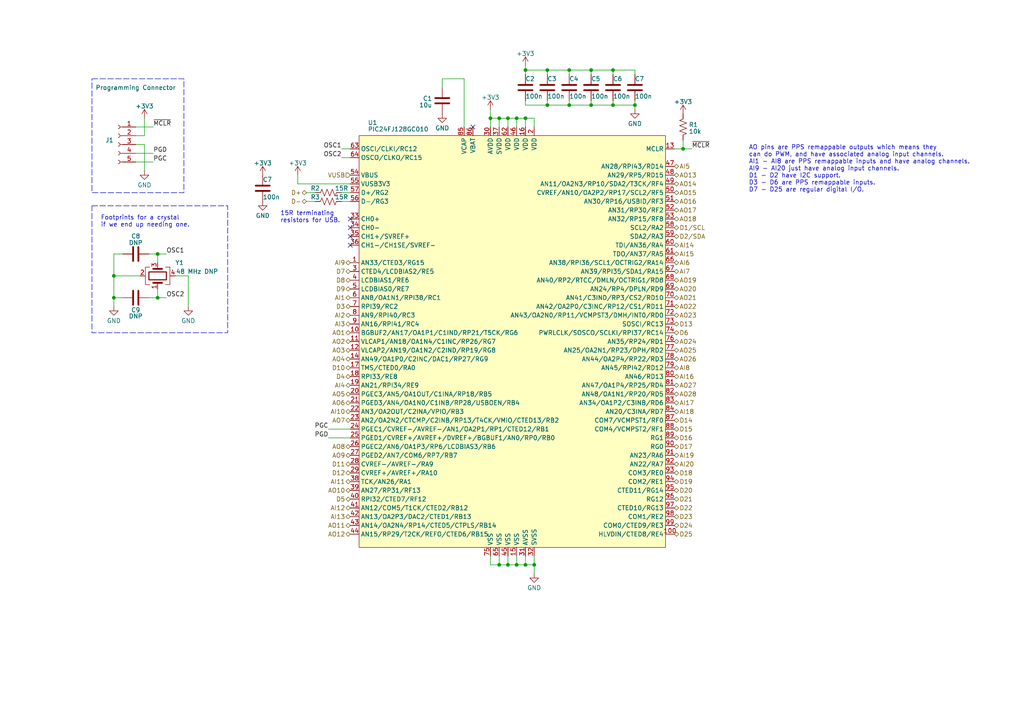
<source format=kicad_sch>
(kicad_sch (version 20230121) (generator eeschema)
  (paper "A4")
  (lib_symbols
    (symbol "Connector:Conn_01x05_Socket" (pin_names (offset 1.016) hide)
      (property "Reference" "J" (at 0 7.62 0))
      (property "Value" "Conn_01x05_Socket" (at 0 -7.62 0))
      (symbol "Conn_01x05_Socket_1_1"
        (arc (start 0 -4.572) (mid -0.5058 -5.08) (end 0 -5.588) (stroke (width 0.1524)))
        (arc (start 0 -2.032) (mid -0.5058 -2.54) (end 0 -3.048) (stroke (width 0.1524)))
        (polyline (pts (xy -1.27 -5.08) (xy -0.508 -5.08)) (stroke (width 0.1524)))
        (polyline (pts (xy -1.27 -2.54) (xy -0.508 -2.54)) (stroke (width 0.1524)))
        (polyline (pts (xy -1.27 0) (xy -0.508 0)) (stroke (width 0.1524)))
        (polyline (pts (xy -1.27 2.54) (xy -0.508 2.54)) (stroke (width 0.1524)))
        (polyline (pts (xy -1.27 5.08) (xy -0.508 5.08)) (stroke (width 0.1524)))
        (arc (start 0 0.508) (mid -0.5058 0) (end 0 -0.508) (stroke (width 0.1524)))
        (arc (start 0 3.048) (mid -0.5058 2.54) (end 0 2.032) (stroke (width 0.1524)))
        (arc (start 0 5.588) (mid -0.5058 5.08) (end 0 4.572) (stroke (width 0.1524)))
        (pin passive line (at -5.08 5.08 0) (length 3.81) (name "Pin_1") (number "1"))
        (pin passive line (at -5.08 2.54 0) (length 3.81) (name "Pin_2") (number "2"))
        (pin passive line (at -5.08 0 0) (length 3.81) (name "Pin_3") (number "3"))
        (pin passive line (at -5.08 -2.54 0) (length 3.81) (name "Pin_4") (number "4"))
        (pin passive line (at -5.08 -5.08 0) (length 3.81) (name "Pin_5") (number "5"))
      )
    )
    (symbol "Device:C" (pin_numbers hide) (pin_names (offset 0.254))
      (property "Reference" "C" (at 0.635 2.54 0))
      (property "Value" "C" (at 0.635 -2.54 0))
      (symbol "C_0_1"
        (polyline (pts (xy -2.032 -0.762) (xy 2.032 -0.762)) (stroke (width 0.508)))
        (polyline (pts (xy -2.032 0.762) (xy 2.032 0.762)) (stroke (width 0.508)))
      )
      (symbol "C_1_1"
        (pin passive line (at 0 3.81 270) (length 2.794) (name "~") (number "1"))
        (pin passive line (at 0 -3.81 90) (length 2.794) (name "~") (number "2"))
      )
    )
    (symbol "Device:Crystal_GND24" (pin_names (offset 1.016) hide)
      (property "Reference" "Y" (at 3.175 5.08 0))
      (property "Value" "Crystal_GND24" (at 3.175 3.175 0))
      (symbol "Crystal_GND24_0_1"
        (rectangle (start -1.143 2.54) (end 1.143 -2.54) (stroke (width 0.3048)))
        (polyline (pts (xy -2.54 0) (xy -2.032 0)))
        (polyline (pts (xy -2.032 -1.27) (xy -2.032 1.27)) (stroke (width 0.508)))
        (polyline (pts (xy 0 -3.81) (xy 0 -3.556)))
        (polyline (pts (xy 0 3.556) (xy 0 3.81)))
        (polyline (pts (xy 2.032 -1.27) (xy 2.032 1.27)) (stroke (width 0.508)))
        (polyline (pts (xy 2.032 0) (xy 2.54 0)))
        (polyline (pts (xy -2.54 -2.286) (xy -2.54 -3.556) (xy 2.54 -3.556) (xy 2.54 -2.286)))
        (polyline (pts (xy -2.54 2.286) (xy -2.54 3.556) (xy 2.54 3.556) (xy 2.54 2.286)))
      )
      (symbol "Crystal_GND24_1_1"
        (pin passive line (at -3.81 0 0) (length 1.27) (name "1") (number "1"))
        (pin passive line (at 0 5.08 270) (length 1.27) (name "2") (number "2"))
        (pin passive line (at 3.81 0 180) (length 1.27) (name "3") (number "3"))
        (pin passive line (at 0 -5.08 90) (length 1.27) (name "4") (number "4"))
      )
    )
    (symbol "Device:R_US" (pin_numbers hide) (pin_names (offset 0))
      (property "Reference" "R" (at 2.54 0 90))
      (property "Value" "R_US" (at -2.54 0 90))
      (symbol "R_US_0_1"
        (polyline (pts (xy 0 -2.286) (xy 0 -2.54)))
        (polyline (pts (xy 0 2.286) (xy 0 2.54)))
        (polyline (pts (xy 0 -0.762) (xy 1.016 -1.143) (xy 0 -1.524) (xy -1.016 -1.905) (xy 0 -2.286)))
        (polyline (pts (xy 0 0.762) (xy 1.016 0.381) (xy 0 0) (xy -1.016 -0.381) (xy 0 -0.762)))
        (polyline (pts (xy 0 2.286) (xy 1.016 1.905) (xy 0 1.524) (xy -1.016 1.143) (xy 0 0.762)))
      )
      (symbol "R_US_1_1"
        (pin passive line (at 0 3.81 270) (length 1.27) (name "~") (number "1"))
        (pin passive line (at 0 -3.81 90) (length 1.27) (name "~") (number "2"))
      )
    )
    (symbol "hil:PIC24FJ128GC010"
      (property "Reference" "U" (at 29.21 63.5 0))
      (property "Value" "PIC24FJ128GC010" (at 29.21 60.96 0))
      (symbol "PIC24FJ128GC010_1_1"
        (rectangle (start -44.45 59.69) (end 44.45 -59.69) (fill (type background)))
        (pin bidirectional line (at -46.99 22.86 0) (length 2.54) (name "AN33/CTED3/RG15") (number "1"))
        (pin bidirectional line (at -46.99 2.54 0) (length 2.54) (name "BGBUF2/AN17/OA1P1/C1IND/RP21/T5CK/RG6") (number "10"))
        (pin bidirectional line (at 46.99 -55.88 180) (length 2.54) (name "HLVDIN/CTED8/RE4") (number "100"))
        (pin bidirectional line (at -46.99 0 0) (length 2.54) (name "VLCAP1/AN18/OA1N4/C1INC/RP26/RG7") (number "11"))
        (pin bidirectional line (at -46.99 -2.54 0) (length 2.54) (name "VLCAP2/AN19/OA1N2/C2IND/RP19/RG8") (number "12"))
        (pin bidirectional line (at 46.99 55.88 180) (length 2.54) (name "MCLR") (number "13"))
        (pin bidirectional line (at -46.99 -5.08 0) (length 2.54) (name "AN49/OA1P0/C2INC/DAC1/RP27/RG9") (number "14"))
        (pin bidirectional line (at 1.27 -62.23 90) (length 2.54) (name "VSS") (number "15"))
        (pin bidirectional line (at 3.81 62.23 270) (length 2.54) (name "VDD") (number "16"))
        (pin bidirectional line (at -46.99 -7.62 0) (length 2.54) (name "TMS/CTED0/RA0") (number "17"))
        (pin bidirectional line (at -46.99 -10.16 0) (length 2.54) (name "RPI33/RE8") (number "18"))
        (pin bidirectional line (at -46.99 -12.7 0) (length 2.54) (name "AN21/RPI34/RE9") (number "19"))
        (pin bidirectional line (at 6.35 62.23 270) (length 2.54) (name "VDD") (number "2"))
        (pin bidirectional line (at -46.99 -15.24 0) (length 2.54) (name "PGEC3/AN5/OA1OUT/C1INA/RP18/RB5") (number "20"))
        (pin bidirectional line (at -46.99 -17.78 0) (length 2.54) (name "PGED3/AN4/OA1N0/C1INB/RP28/USBOEN/RB4") (number "21"))
        (pin bidirectional line (at -46.99 -20.32 0) (length 2.54) (name "AN3/OA2OUT/C2INA/VPIO/RB3") (number "22"))
        (pin bidirectional line (at -46.99 -22.86 0) (length 2.54) (name "AN2/OA2N2/CTCMP/C2INB/RP13/T4CK/VMIO/CTED13/RB2") (number "23"))
        (pin bidirectional line (at -46.99 -25.4 0) (length 2.54) (name "PGEC1/CVREF-/AVREF-/AN1/OA2P1/RP1/CTED12/RB1") (number "24"))
        (pin bidirectional line (at -46.99 -27.94 0) (length 2.54) (name "PGED1/CVREF+/AVREF+/DVREF+/BGBUF1/AN0/RP0/RB0") (number "25"))
        (pin bidirectional line (at -46.99 -30.48 0) (length 2.54) (name "PGEC2/AN6/OA1P3/RP6/LCDBIAS3/RB6") (number "26"))
        (pin bidirectional line (at -46.99 -33.02 0) (length 2.54) (name "PGED2/AN7/COM6/RP7/RB7") (number "27"))
        (pin bidirectional line (at -46.99 -35.56 0) (length 2.54) (name "CVREF-/AVREF-/RA9") (number "28"))
        (pin bidirectional line (at -46.99 -38.1 0) (length 2.54) (name "CVREF+/AVREF+/RA10") (number "29"))
        (pin bidirectional line (at -46.99 20.32 0) (length 2.54) (name "CTED4/LCDBIAS2/RE5") (number "3"))
        (pin bidirectional line (at -6.35 62.23 270) (length 2.54) (name "AVDD") (number "30"))
        (pin bidirectional line (at 3.81 -62.23 90) (length 2.54) (name "AVSS") (number "31"))
        (pin bidirectional line (at 6.35 -62.23 90) (length 2.54) (name "SVSS") (number "32"))
        (pin bidirectional line (at -46.99 35.56 0) (length 2.54) (name "CH0+") (number "33"))
        (pin bidirectional line (at -46.99 33.02 0) (length 2.54) (name "CH0-") (number "34"))
        (pin bidirectional line (at -46.99 30.48 0) (length 2.54) (name "CH1+/SVREF+") (number "35"))
        (pin bidirectional line (at -46.99 27.94 0) (length 2.54) (name "CH1-/CH1SE/SVREF-") (number "36"))
        (pin bidirectional line (at -3.81 62.23 270) (length 2.54) (name "SVDD") (number "37"))
        (pin bidirectional line (at -46.99 -40.64 0) (length 2.54) (name "TCK/AN26/RA1") (number "38"))
        (pin bidirectional line (at -46.99 -43.18 0) (length 2.54) (name "AN27/RP31/RF13") (number "39"))
        (pin bidirectional line (at -46.99 17.78 0) (length 2.54) (name "LCDBIAS1/RE6") (number "4"))
        (pin bidirectional line (at -46.99 -45.72 0) (length 2.54) (name "RPI32/CTED7/RF12") (number "40"))
        (pin bidirectional line (at -46.99 -48.26 0) (length 2.54) (name "AN12/COM5/T1CK/CTED2/RB12") (number "41"))
        (pin bidirectional line (at -46.99 -50.8 0) (length 2.54) (name "AN13/OA2P3/DAC2/CTED1/RB13") (number "42"))
        (pin bidirectional line (at -46.99 -53.34 0) (length 2.54) (name "AN14/OA2N4/RP14/CTED5/CTPLS/RB14") (number "43"))
        (pin bidirectional line (at -46.99 -55.88 0) (length 2.54) (name "AN15/RP29/T2CK/REFO/CTED6/RB15") (number "44"))
        (pin bidirectional line (at -1.27 -62.23 90) (length 2.54) (name "VSS") (number "45"))
        (pin bidirectional line (at 1.27 62.23 270) (length 2.54) (name "VDD") (number "46"))
        (pin bidirectional line (at 46.99 50.8 180) (length 2.54) (name "AN28/RPI43/RD14") (number "47"))
        (pin bidirectional line (at 46.99 48.26 180) (length 2.54) (name "AN29/RP5/RD15") (number "48"))
        (pin bidirectional line (at 46.99 45.72 180) (length 2.54) (name "AN11/OA2N3/RP10/SDA2/T3CK/RF4") (number "49"))
        (pin bidirectional line (at -46.99 15.24 0) (length 2.54) (name "LCDBIAS0/RE7") (number "5"))
        (pin bidirectional line (at 46.99 43.18 180) (length 2.54) (name "CVREF/AN10/OA2P2/RP17/SCL2/RF5") (number "50"))
        (pin bidirectional line (at 46.99 40.64 180) (length 2.54) (name "AN30/RP16/USBID/RF3") (number "51"))
        (pin bidirectional line (at 46.99 38.1 180) (length 2.54) (name "AN31/RP30/RF2") (number "52"))
        (pin bidirectional line (at 46.99 35.56 180) (length 2.54) (name "AN32/RP15/RF8") (number "53"))
        (pin bidirectional line (at -46.99 48.26 0) (length 2.54) (name "VBUS") (number "54"))
        (pin bidirectional line (at -46.99 45.72 0) (length 2.54) (name "VUSB3V3") (number "55"))
        (pin bidirectional line (at -46.99 40.64 0) (length 2.54) (name "D-/RG3") (number "56"))
        (pin bidirectional line (at -46.99 43.18 0) (length 2.54) (name "D+/RG2") (number "57"))
        (pin bidirectional line (at 46.99 33.02 180) (length 2.54) (name "SCL2/RA2") (number "58"))
        (pin bidirectional line (at 46.99 30.48 180) (length 2.54) (name "SDA2/RA3") (number "59"))
        (pin bidirectional line (at -46.99 12.7 0) (length 2.54) (name "AN8/OA1N1/RPI38/RC1") (number "6"))
        (pin bidirectional line (at 46.99 27.94 180) (length 2.54) (name "TDI/AN36/RA4") (number "60"))
        (pin bidirectional line (at 46.99 25.4 180) (length 2.54) (name "TDO/AN37/RA5") (number "61"))
        (pin bidirectional line (at -1.27 62.23 270) (length 2.54) (name "VDD") (number "62"))
        (pin bidirectional line (at -46.99 55.88 0) (length 2.54) (name "OSCI/CLKI/RC12") (number "63"))
        (pin bidirectional line (at -46.99 53.34 0) (length 2.54) (name "OSCO/CLKO/RC15") (number "64"))
        (pin bidirectional line (at -3.81 -62.23 90) (length 2.54) (name "VSS") (number "65"))
        (pin bidirectional line (at 46.99 22.86 180) (length 2.54) (name "AN38/RPI36/SCL1/OCTRIG2/RA14") (number "66"))
        (pin bidirectional line (at 46.99 20.32 180) (length 2.54) (name "AN39/RPI35/SDA1/RA15") (number "67"))
        (pin bidirectional line (at 46.99 17.78 180) (length 2.54) (name "AN40/RP2/RTCC/DMLN/OCTRIG1/RD8") (number "68"))
        (pin bidirectional line (at 46.99 15.24 180) (length 2.54) (name "AN24/RP4/DPLN/RD9") (number "69"))
        (pin bidirectional line (at -46.99 10.16 0) (length 2.54) (name "RPI39/RC2") (number "7"))
        (pin bidirectional line (at 46.99 12.7 180) (length 2.54) (name "AN41/C3IND/RP3/CS2/RD10") (number "70"))
        (pin bidirectional line (at 46.99 10.16 180) (length 2.54) (name "AN42/OA2P0/C3INC/RP12/CS1/RD11") (number "71"))
        (pin bidirectional line (at 46.99 7.62 180) (length 2.54) (name "AN43/OA2N0/RP11/VCMPST3/DMH/INT0/RD0") (number "72"))
        (pin bidirectional line (at 46.99 5.08 180) (length 2.54) (name "SOSCI/RC13") (number "73"))
        (pin bidirectional line (at 46.99 2.54 180) (length 2.54) (name "PWRLCLK/SOSCO/SCLKI/RPI37/RC14") (number "74"))
        (pin bidirectional line (at -6.35 -62.23 90) (length 2.54) (name "VSS") (number "75"))
        (pin bidirectional line (at 46.99 0 180) (length 2.54) (name "AN35/RP24/RD1") (number "76"))
        (pin bidirectional line (at 46.99 -2.54 180) (length 2.54) (name "AN25/OA2N1/RP23/DPH/RD2") (number "77"))
        (pin bidirectional line (at 46.99 -5.08 180) (length 2.54) (name "AN44/OA2P4/RP22/RD3") (number "78"))
        (pin bidirectional line (at 46.99 -7.62 180) (length 2.54) (name "AN45/RPI42/RD12") (number "79"))
        (pin bidirectional line (at -46.99 7.62 0) (length 2.54) (name "AN9/RPI40/RC3") (number "8"))
        (pin bidirectional line (at 46.99 -10.16 180) (length 2.54) (name "AN46/RD13") (number "80"))
        (pin bidirectional line (at 46.99 -12.7 180) (length 2.54) (name "AN47/OA1P4/RP25/RD4") (number "81"))
        (pin bidirectional line (at 46.99 -15.24 180) (length 2.54) (name "AN48/OA1N1/RP20/RD5") (number "82"))
        (pin bidirectional line (at 46.99 -17.78 180) (length 2.54) (name "AN34/OA1P2/C3INB/RD6") (number "83"))
        (pin bidirectional line (at 46.99 -20.32 180) (length 2.54) (name "AN20/C3INA/RD7") (number "84"))
        (pin bidirectional line (at -13.97 62.23 270) (length 2.54) (name "VCAP") (number "85"))
        (pin bidirectional line (at -11.43 62.23 270) (length 2.54) (name "VBAT") (number "86"))
        (pin bidirectional line (at 46.99 -22.86 180) (length 2.54) (name "COM7/VCMPST1/RF0") (number "87"))
        (pin bidirectional line (at 46.99 -25.4 180) (length 2.54) (name "COM4/VCMPST2/RF1") (number "88"))
        (pin bidirectional line (at 46.99 -27.94 180) (length 2.54) (name "RG1") (number "89"))
        (pin bidirectional line (at -46.99 5.08 0) (length 2.54) (name "AN16/RPI41/RC4") (number "9"))
        (pin bidirectional line (at 46.99 -30.48 180) (length 2.54) (name "RG0") (number "90"))
        (pin bidirectional line (at 46.99 -33.02 180) (length 2.54) (name "AN23/RA6") (number "91"))
        (pin bidirectional line (at 46.99 -35.56 180) (length 2.54) (name "AN22/RA7") (number "92"))
        (pin bidirectional line (at 46.99 -38.1 180) (length 2.54) (name "COM3/RE0") (number "93"))
        (pin bidirectional line (at 46.99 -40.64 180) (length 2.54) (name "COM2/RE1") (number "94"))
        (pin bidirectional line (at 46.99 -43.18 180) (length 2.54) (name "CTED11/RG14") (number "95"))
        (pin bidirectional line (at 46.99 -45.72 180) (length 2.54) (name "RG12") (number "96"))
        (pin bidirectional line (at 46.99 -48.26 180) (length 2.54) (name "CTED10/RG13") (number "97"))
        (pin bidirectional line (at 46.99 -50.8 180) (length 2.54) (name "COM1/RE2") (number "98"))
        (pin bidirectional line (at 46.99 -53.34 180) (length 2.54) (name "COM0/CTED9/RE3") (number "99"))
      )
    )
    (symbol "power:+3V3" (power) (pin_names (offset 0))
      (property "Value" "+3V3" (at 0 3.556 0))
      (symbol "+3V3_0_1"
        (polyline (pts (xy -0.762 1.27) (xy 0 2.54)))
        (polyline (pts (xy 0 0) (xy 0 2.54)))
        (polyline (pts (xy 0 2.54) (xy 0.762 1.27)))
      )
      (symbol "+3V3_1_1"
        (pin power_in line (at 0 0 90) (length 0) hide (name "+3V3") (number "1"))
      )
    )
    (symbol "power:GND" (power) (pin_names (offset 0))
      (property "Value" "GND" (at 0 -3.81 0))
      (symbol "GND_0_1"
        (polyline (pts (xy 0 0) (xy 0 -1.27) (xy 1.27 -1.27) (xy 0 -2.54) (xy -1.27 -1.27) (xy 0 -1.27)))
      )
      (symbol "GND_1_1"
        (pin power_in line (at 0 0 270) (length 0) hide (name "GND") (number "1"))
      )
    )
  )
  (junction (at 147.32 163.83))
  (junction (at 149.86 34.29))
  (junction (at 147.32 34.29))
  (junction (at 171.45 30.48))
  (junction (at 165.1 20.32))
  (junction (at 149.86 163.83))
  (junction (at 144.78 34.29))
  (junction (at 171.45 20.32))
  (junction (at 144.78 163.83))
  (junction (at 45.72 86.36))
  (junction (at 158.75 20.32))
  (junction (at 184.15 30.48))
  (junction (at 152.4 20.32))
  (junction (at 165.1 30.48))
  (junction (at 33.02 80.01))
  (junction (at 198.12 43.18))
  (junction (at 152.4 34.29))
  (junction (at 142.24 34.29))
  (junction (at 152.4 163.83))
  (junction (at 33.02 86.36))
  (junction (at 158.75 30.48))
  (junction (at 154.94 163.83))
  (junction (at 177.8 30.48))
  (junction (at 177.8 20.32))
  (junction (at 45.72 73.66))
  (no_connect (at 101.6 63.5))
  (no_connect (at 137.16 36.83))
  (no_connect (at 101.6 66.04))
  (no_connect (at 101.6 68.58))
  (no_connect (at 101.6 71.12))
  (wire (pts (xy 54.61 80.01) (xy 50.8 80.01)))
  (wire (pts (xy 142.24 161.29) (xy 142.24 163.83)))
  (wire (pts (xy 149.86 34.29) (xy 147.32 34.29)))
  (wire (pts (xy 144.78 163.83) (xy 147.32 163.83)))
  (wire (pts (xy 88.9 55.88) (xy 91.44 55.88)))
  (wire (pts (xy 142.24 163.83) (xy 144.78 163.83)))
  (wire (pts (xy 152.4 30.48) (xy 158.75 30.48)))
  (wire (pts (xy 142.24 34.29) (xy 142.24 36.83)))
  (wire (pts (xy 149.86 34.29) (xy 149.86 36.83)))
  (wire (pts (xy 200.66 43.18) (xy 198.12 43.18)))
  (wire (pts (xy 154.94 163.83) (xy 154.94 161.29)))
  (wire (pts (xy 45.72 73.66) (xy 48.26 73.66)))
  (wire (pts (xy 45.72 83.82) (xy 45.72 86.36)))
  (wire (pts (xy 152.4 34.29) (xy 152.4 36.83)))
  (wire (pts (xy 144.78 34.29) (xy 142.24 34.29)))
  (wire (pts (xy 154.94 36.83) (xy 154.94 34.29)))
  (wire (pts (xy 41.91 41.91) (xy 39.37 41.91)))
  (wire (pts (xy 184.15 30.48) (xy 184.15 29.21)))
  (wire (pts (xy 44.45 36.83) (xy 39.37 36.83)))
  (wire (pts (xy 152.4 19.05) (xy 152.4 20.32)))
  (wire (pts (xy 198.12 43.18) (xy 198.12 40.64)))
  (wire (pts (xy 171.45 30.48) (xy 177.8 30.48)))
  (wire (pts (xy 152.4 34.29) (xy 149.86 34.29)))
  (wire (pts (xy 147.32 34.29) (xy 147.32 36.83)))
  (wire (pts (xy 158.75 20.32) (xy 158.75 21.59)))
  (wire (pts (xy 165.1 20.32) (xy 171.45 20.32)))
  (wire (pts (xy 142.24 31.75) (xy 142.24 34.29)))
  (wire (pts (xy 152.4 163.83) (xy 154.94 163.83)))
  (wire (pts (xy 152.4 21.59) (xy 152.4 20.32)))
  (wire (pts (xy 184.15 20.32) (xy 184.15 21.59)))
  (wire (pts (xy 152.4 29.21) (xy 152.4 30.48)))
  (wire (pts (xy 147.32 163.83) (xy 149.86 163.83)))
  (wire (pts (xy 33.02 80.01) (xy 33.02 86.36)))
  (wire (pts (xy 54.61 88.9) (xy 54.61 80.01)))
  (wire (pts (xy 149.86 163.83) (xy 149.86 161.29)))
  (wire (pts (xy 177.8 20.32) (xy 177.8 21.59)))
  (wire (pts (xy 195.58 43.18) (xy 198.12 43.18)))
  (wire (pts (xy 158.75 20.32) (xy 165.1 20.32)))
  (wire (pts (xy 88.9 58.42) (xy 91.44 58.42)))
  (wire (pts (xy 44.45 46.99) (xy 39.37 46.99)))
  (wire (pts (xy 41.91 34.29) (xy 41.91 39.37)))
  (wire (pts (xy 177.8 30.48) (xy 184.15 30.48)))
  (wire (pts (xy 158.75 29.21) (xy 158.75 30.48)))
  (wire (pts (xy 99.06 55.88) (xy 101.6 55.88)))
  (wire (pts (xy 165.1 29.21) (xy 165.1 30.48)))
  (wire (pts (xy 86.36 53.34) (xy 86.36 50.8)))
  (wire (pts (xy 177.8 29.21) (xy 177.8 30.48)))
  (wire (pts (xy 184.15 31.75) (xy 184.15 30.48)))
  (wire (pts (xy 33.02 73.66) (xy 33.02 80.01)))
  (wire (pts (xy 99.06 58.42) (xy 101.6 58.42)))
  (wire (pts (xy 101.6 53.34) (xy 86.36 53.34)))
  (wire (pts (xy 33.02 86.36) (xy 33.02 88.9)))
  (wire (pts (xy 154.94 34.29) (xy 152.4 34.29)))
  (wire (pts (xy 95.25 127) (xy 101.6 127)))
  (wire (pts (xy 95.25 124.46) (xy 101.6 124.46)))
  (wire (pts (xy 128.27 22.86) (xy 128.27 25.4)))
  (wire (pts (xy 177.8 20.32) (xy 184.15 20.32)))
  (wire (pts (xy 147.32 34.29) (xy 144.78 34.29)))
  (wire (pts (xy 45.72 86.36) (xy 48.26 86.36)))
  (wire (pts (xy 149.86 163.83) (xy 152.4 163.83)))
  (wire (pts (xy 99.06 45.72) (xy 101.6 45.72)))
  (wire (pts (xy 134.62 36.83) (xy 134.62 22.86)))
  (wire (pts (xy 171.45 20.32) (xy 177.8 20.32)))
  (wire (pts (xy 171.45 29.21) (xy 171.45 30.48)))
  (wire (pts (xy 33.02 80.01) (xy 40.64 80.01)))
  (wire (pts (xy 44.45 44.45) (xy 39.37 44.45)))
  (wire (pts (xy 99.06 43.18) (xy 101.6 43.18)))
  (wire (pts (xy 165.1 30.48) (xy 171.45 30.48)))
  (wire (pts (xy 144.78 163.83) (xy 144.78 161.29)))
  (wire (pts (xy 144.78 34.29) (xy 144.78 36.83)))
  (wire (pts (xy 33.02 86.36) (xy 35.56 86.36)))
  (wire (pts (xy 35.56 73.66) (xy 33.02 73.66)))
  (wire (pts (xy 152.4 20.32) (xy 158.75 20.32)))
  (wire (pts (xy 41.91 49.53) (xy 41.91 41.91)))
  (wire (pts (xy 154.94 166.37) (xy 154.94 163.83)))
  (wire (pts (xy 158.75 30.48) (xy 165.1 30.48)))
  (wire (pts (xy 165.1 20.32) (xy 165.1 21.59)))
  (wire (pts (xy 152.4 163.83) (xy 152.4 161.29)))
  (wire (pts (xy 45.72 76.2) (xy 45.72 73.66)))
  (wire (pts (xy 41.91 39.37) (xy 39.37 39.37)))
  (wire (pts (xy 45.72 73.66) (xy 43.18 73.66)))
  (wire (pts (xy 171.45 20.32) (xy 171.45 21.59)))
  (wire (pts (xy 43.18 86.36) (xy 45.72 86.36)))
  (wire (pts (xy 134.62 22.86) (xy 128.27 22.86)))
  (wire (pts (xy 147.32 163.83) (xy 147.32 161.29)))
  (rectangle (start 26.67 59.69) (end 66.04 96.52) (stroke (width 0) (type dash)))
  (rectangle (start 26.67 22.86) (end 53.34 55.88) (stroke (width 0) (type dash)))
  (text "15R terminating\nresistors for USB." (at 81.28 64.77 0) (effects (font (size 1.27 1.27)) (justify left bottom)))
  (text "AO pins are PPS remappable outputs which means they\ncan do PWM, and have associated analog input channels.\nAI1 - AI8 are PPS remappable inputs and have analog channels.\nAI9 - AI20 just have analog input channels.\nD1 - D2 have I2C support.\nD3 - D6 are PPS remappable inputs.\nD7 - D25 are regular digital I/O." (at 217.17 55.88 0) (effects (font (size 1.27 1.27)) (justify left bottom)))
  (text "Footprints for a crystal\nif we end up needing one." (at 29.21 66.04 0) (effects (font (size 1.27 1.27)) (justify left bottom)))
  (label "PGC" (at 95.25 124.46 180))
  (label "OSC2" (at 48.26 86.36 0))
  (label "~{MCLR}" (at 44.45 36.83 0))
  (label "PGC" (at 44.45 46.99 0))
  (label "OSC1" (at 48.26 73.66 0))
  (label "~{MCLR}" (at 200.66 43.18 0))
  (label "PGD" (at 95.25 127 180))
  (label "OSC1" (at 99.06 43.18 180))
  (label "OSC2" (at 99.06 45.72 180))
  (label "PGD" (at 44.45 44.45 0))
  (hierarchical_label "AO25" (shape bidirectional) (at 195.58 101.6 0))
  (hierarchical_label "AI7" (shape bidirectional) (at 195.58 78.74 0))
  (hierarchical_label "AO15" (shape bidirectional) (at 195.58 55.88 0))
  (hierarchical_label "D11" (shape bidirectional) (at 101.6 134.62 180))
  (hierarchical_label "AO27" (shape bidirectional) (at 195.58 111.76 0))
  (hierarchical_label "AO21" (shape bidirectional) (at 195.58 86.36 0))
  (hierarchical_label "AO1" (shape bidirectional) (at 101.6 96.52 180))
  (hierarchical_label "AO8" (shape bidirectional) (at 101.6 129.54 180))
  (hierarchical_label "AO19" (shape bidirectional) (at 195.58 81.28 0))
  (hierarchical_label "AO7" (shape bidirectional) (at 101.6 121.92 180))
  (hierarchical_label "AO9" (shape bidirectional) (at 101.6 132.08 180))
  (hierarchical_label "AI17" (shape bidirectional) (at 195.58 116.84 0))
  (hierarchical_label "D20" (shape bidirectional) (at 195.58 142.24 0))
  (hierarchical_label "D10" (shape bidirectional) (at 101.6 106.68 180))
  (hierarchical_label "D21" (shape bidirectional) (at 195.58 144.78 0))
  (hierarchical_label "AO23" (shape bidirectional) (at 195.58 91.44 0))
  (hierarchical_label "D6" (shape bidirectional) (at 195.58 96.52 0))
  (hierarchical_label "D8" (shape bidirectional) (at 101.6 81.28 180))
  (hierarchical_label "AI12" (shape bidirectional) (at 101.6 147.32 180))
  (hierarchical_label "D12" (shape bidirectional) (at 101.6 137.16 180))
  (hierarchical_label "AO2" (shape bidirectional) (at 101.6 99.06 180))
  (hierarchical_label "AI14" (shape bidirectional) (at 195.58 71.12 0))
  (hierarchical_label "AO20" (shape bidirectional) (at 195.58 83.82 0))
  (hierarchical_label "D4" (shape bidirectional) (at 101.6 109.22 180))
  (hierarchical_label "D3" (shape bidirectional) (at 101.6 88.9 180))
  (hierarchical_label "AI13" (shape bidirectional) (at 101.6 149.86 180))
  (hierarchical_label "AO10" (shape bidirectional) (at 101.6 142.24 180))
  (hierarchical_label "AO13" (shape bidirectional) (at 195.58 50.8 0))
  (hierarchical_label "D2{slash}SDA" (shape bidirectional) (at 195.58 68.58 0))
  (hierarchical_label "AO4" (shape bidirectional) (at 101.6 104.14 180))
  (hierarchical_label "D7" (shape bidirectional) (at 101.6 78.74 180))
  (hierarchical_label "D23" (shape bidirectional) (at 195.58 149.86 0))
  (hierarchical_label "AI2" (shape bidirectional) (at 101.6 91.44 180))
  (hierarchical_label "AO26" (shape bidirectional) (at 195.58 104.14 0))
  (hierarchical_label "D-" (shape bidirectional) (at 88.9 58.42 180))
  (hierarchical_label "AO11" (shape bidirectional) (at 101.6 152.4 180))
  (hierarchical_label "AO22" (shape bidirectional) (at 195.58 88.9 0))
  (hierarchical_label "AO16" (shape bidirectional) (at 195.58 58.42 0))
  (hierarchical_label "AO18" (shape bidirectional) (at 195.58 63.5 0))
  (hierarchical_label "D15" (shape bidirectional) (at 195.58 124.46 0))
  (hierarchical_label "D18" (shape bidirectional) (at 195.58 137.16 0))
  (hierarchical_label "D19" (shape bidirectional) (at 195.58 139.7 0))
  (hierarchical_label "D24" (shape bidirectional) (at 195.58 152.4 0))
  (hierarchical_label "AI19" (shape bidirectional) (at 195.58 132.08 0))
  (hierarchical_label "AI11" (shape bidirectional) (at 101.6 139.7 180))
  (hierarchical_label "AI1" (shape bidirectional) (at 101.6 86.36 180))
  (hierarchical_label "AO5" (shape bidirectional) (at 101.6 114.3 180))
  (hierarchical_label "D1{slash}SCL" (shape bidirectional) (at 195.58 66.04 0))
  (hierarchical_label "AI9" (shape bidirectional) (at 101.6 76.2 180))
  (hierarchical_label "AO24" (shape bidirectional) (at 195.58 99.06 0))
  (hierarchical_label "AI4" (shape bidirectional) (at 101.6 111.76 180))
  (hierarchical_label "AO6" (shape bidirectional) (at 101.6 116.84 180))
  (hierarchical_label "AO28" (shape bidirectional) (at 195.58 114.3 0))
  (hierarchical_label "AO17" (shape bidirectional) (at 195.58 60.96 0))
  (hierarchical_label "AI8" (shape bidirectional) (at 195.58 106.68 0))
  (hierarchical_label "D13" (shape bidirectional) (at 195.58 93.98 0))
  (hierarchical_label "D22" (shape bidirectional) (at 195.58 147.32 0))
  (hierarchical_label "AI16" (shape bidirectional) (at 195.58 109.22 0))
  (hierarchical_label "AI5" (shape bidirectional) (at 195.58 48.26 0))
  (hierarchical_label "D+" (shape bidirectional) (at 88.9 55.88 180))
  (hierarchical_label "AO14" (shape bidirectional) (at 195.58 53.34 0))
  (hierarchical_label "AI6" (shape bidirectional) (at 195.58 76.2 0))
  (hierarchical_label "AI18" (shape bidirectional) (at 195.58 119.38 0))
  (hierarchical_label "D5" (shape bidirectional) (at 101.6 144.78 180))
  (hierarchical_label "AO3" (shape bidirectional) (at 101.6 101.6 180))
  (hierarchical_label "D9" (shape bidirectional) (at 101.6 83.82 180))
  (hierarchical_label "D16" (shape bidirectional) (at 195.58 127 0))
  (hierarchical_label "D17" (shape bidirectional) (at 195.58 129.54 0))
  (hierarchical_label "D25" (shape bidirectional) (at 195.58 154.94 0))
  (hierarchical_label "D14" (shape bidirectional) (at 195.58 121.92 0))
  (hierarchical_label "AI10" (shape bidirectional) (at 101.6 119.38 180))
  (hierarchical_label "AO12" (shape bidirectional) (at 101.6 154.94 180))
  (hierarchical_label "AI3" (shape bidirectional) (at 101.6 93.98 180))
  (hierarchical_label "VUSB" (shape input) (at 101.6 50.8 180))
  (hierarchical_label "AI20" (shape bidirectional) (at 195.58 134.62 0))
  (hierarchical_label "AI15" (shape bidirectional) (at 195.58 73.66 0))
  (symbol (lib_id "Device:R_US") (at 95.25 58.42 90) (unit 1)
    (property "Reference" "R3" (at 91.44 57.15 90))
    (property "Value" "15R" (at 99.06 57.15 90))
    (property "Footprint" "Resistor_SMD:R_0805_2012Metric_Pad1.20x1.40mm_HandSolder" (effects hide))
    (instances (project "hil" (path "" (reference "R3") (unit 1)) (path "" (reference "R5") (unit 1))))
  )
  (symbol (lib_id "power:GND") (at 184.15 31.75 0) (unit 1)
    (property "Reference" "#PWR03" (effects hide))
    (property "Value" "GND" (at 184.15 35.8855 0))
    (instances (project "hil" (path "" (reference "#PWR03") (unit 1)) (path "" (reference "#PWR033") (unit 1))))
  )
  (symbol (lib_id "power:+3V3") (at 198.12 33.02 0) (mirror y) (unit 1)
    (property "Reference" "#PWR01" (effects hide))
    (property "Value" "+3V3" (at 198.12 29.5181 0))
    (instances (project "hil" (path "" (reference "#PWR01") (unit 1)) (path "" (reference "#PWR034") (unit 1))))
  )
  (symbol (lib_id "power:+3V3") (at 41.91 34.29 0) (unit 1)
    (property "Reference" "#PWR08" (effects hide))
    (property "Value" "+3V3" (at 41.91 30.7881 0))
    (instances (project "hil" (path "" (reference "#PWR08") (unit 1)) (path "" (reference "#PWR025") (unit 1))))
  )
  (symbol (lib_id "power:+3V3") (at 142.24 31.75 0) (unit 1)
    (property "Reference" "#PWR04" (effects hide))
    (property "Value" "+3V3" (at 142.24 28.2481 0))
    (instances (project "hil" (path "" (reference "#PWR04") (unit 1)) (path "" (reference "#PWR030") (unit 1))))
  )
  (symbol (lib_id "power:+3V3") (at 86.36 50.8 0) (unit 1)
    (property "Reference" "#PWR011" (effects hide))
    (property "Value" "+3V3" (at 86.36 47.2981 0))
    (instances (project "hil" (path "" (reference "#PWR011") (unit 1)) (path "" (reference "#PWR028") (unit 1))))
  )
  (symbol (lib_id "power:+3V3") (at 76.2 50.8 0) (unit 1)
    (property "Reference" "#PWR011" (effects hide))
    (property "Value" "+3V3" (at 76.2 47.2981 0))
    (instances (project "hil" (path "" (reference "#PWR011") (unit 1)) (path "" (reference "#PWR076") (unit 1))))
  )
  (symbol (lib_id "power:GND") (at 54.61 88.9 0) (unit 1)
    (property "Reference" "#PWR010" (effects hide))
    (property "Value" "GND" (at 54.61 93.0355 0))
    (instances (project "hil" (path "" (reference "#PWR010") (unit 1)) (path "" (reference "#PWR027") (unit 1))))
  )
  (symbol (lib_id "Device:C") (at 152.4 25.4 0) (unit 1)
    (property "Reference" "C2" (at 152.4 22.86 0) (effects (justify left)))
    (property "Value" "100n" (at 152.4 27.94 0) (effects (justify left)))
    (property "Footprint" "Capacitor_SMD:C_0805_2012Metric_Pad1.18x1.45mm_HandSolder" (effects hide))
    (instances (project "hil" (path "" (reference "C2") (unit 1)) (path "" (reference "C11") (unit 1))))
  )
  (symbol (lib_id "Device:C") (at 128.27 29.21 0) (mirror y) (unit 1)
    (property "Reference" "C1" (at 125.349 28.5663 0) (effects (justify left)))
    (property "Value" "10u" (at 125.349 30.4873 0) (effects (justify left)))
    (property "Footprint" "Capacitor_SMD:C_0805_2012Metric_Pad1.18x1.45mm_HandSolder" (effects hide))
    (instances (project "hil" (path "" (reference "C1") (unit 1)) (path "" (reference "C10") (unit 1))))
  )
  (symbol (lib_id "power:GND") (at 154.94 166.37 0) (unit 1)
    (property "Reference" "#PWR06" (effects hide))
    (property "Value" "GND" (at 154.94 170.5055 0))
    (instances (project "hil" (path "" (reference "#PWR06") (unit 1)) (path "" (reference "#PWR032") (unit 1))))
  )
  (symbol (lib_id "Device:C") (at 39.37 73.66 90) (unit 1)
    (property "Reference" "C8" (at 39.37 68.4911 90))
    (property "Value" "DNP" (at 39.37 70.4121 90))
    (property "Footprint" "Capacitor_SMD:C_0805_2012Metric_Pad1.18x1.45mm_HandSolder" (effects hide))
  )
  (symbol (lib_id "Connector:Conn_01x05_Socket") (at 34.29 41.91 0) (mirror y) (unit 1)
    (property "Reference" "J1" (at 31.75 40.64 0))
    (property "Value" "Programming Connector" (at 39.37 25.4 0))
    (property "Footprint" "canhw_footprints:PinHeader_5x2.54_SMD_90deg_952-3198-1-ND" (effects hide))
    (instances (project "hil" (path "" (reference "J1") (unit 1)) (path "" (reference "J12") (unit 1))))
  )
  (symbol (lib_id "power:GND") (at 33.02 88.9 0) (unit 1)
    (property "Reference" "#PWR09" (effects hide))
    (property "Value" "GND" (at 33.02 93.0355 0))
    (instances (project "hil" (path "" (reference "#PWR09") (unit 1)) (path "" (reference "#PWR024") (unit 1))))
  )
  (symbol (lib_id "power:GND") (at 41.91 49.53 0) (unit 1)
    (property "Reference" "#PWR07" (effects hide))
    (property "Value" "GND" (at 41.91 53.6655 0))
    (instances (project "hil" (path "" (reference "#PWR07") (unit 1)) (path "" (reference "#PWR026") (unit 1))))
  )
  (symbol (lib_id "Device:C") (at 158.75 25.4 0) (unit 1)
    (property "Reference" "C3" (at 158.75 22.86 0) (effects (justify left)))
    (property "Value" "100n" (at 158.75 27.94 0) (effects (justify left)))
    (property "Footprint" "Capacitor_SMD:C_0805_2012Metric_Pad1.18x1.45mm_HandSolder" (effects hide))
    (instances (project "hil" (path "" (reference "C3") (unit 1)) (path "" (reference "C12") (unit 1))))
  )
  (symbol (lib_id "Device:C") (at 39.37 86.36 90) (mirror x) (unit 1)
    (property "Reference" "C9" (at 39.37 89.916 90))
    (property "Value" "DNP" (at 39.37 91.694 90))
    (property "Footprint" "Capacitor_SMD:C_0805_2012Metric_Pad1.18x1.45mm_HandSolder" (effects hide))
  )
  (symbol (lib_id "power:GND") (at 128.27 33.02 0) (unit 1)
    (property "Reference" "#PWR02" (effects hide))
    (property "Value" "GND" (at 128.27 37.1555 0))
    (instances (project "hil" (path "" (reference "#PWR02") (unit 1)) (path "" (reference "#PWR029") (unit 1))))
  )
  (symbol (lib_id "Device:C") (at 184.15 25.4 0) (unit 1)
    (property "Reference" "C7" (at 184.15 22.86 0) (effects (justify left)))
    (property "Value" "100n" (at 184.15 27.94 0) (effects (justify left)))
    (property "Footprint" "Capacitor_SMD:C_0805_2012Metric_Pad1.18x1.45mm_HandSolder" (effects hide))
    (instances (project "hil" (path "" (reference "C7") (unit 1)) (path "" (reference "C16") (unit 1))))
  )
  (symbol (lib_id "power:+3V3") (at 152.4 19.05 0) (unit 1)
    (property "Reference" "#PWR05" (effects hide))
    (property "Value" "+3V3" (at 152.4 15.5481 0))
    (instances (project "hil" (path "" (reference "#PWR05") (unit 1)) (path "" (reference "#PWR031") (unit 1))))
  )
  (symbol (lib_id "Device:C") (at 171.45 25.4 0) (unit 1)
    (property "Reference" "C5" (at 171.45 22.86 0) (effects (justify left)))
    (property "Value" "100n" (at 171.45 27.94 0) (effects (justify left)))
    (property "Footprint" "Capacitor_SMD:C_0805_2012Metric_Pad1.18x1.45mm_HandSolder" (effects hide))
    (instances (project "hil" (path "" (reference "C5") (unit 1)) (path "" (reference "C14") (unit 1))))
  )
  (symbol (lib_id "Device:Crystal_GND24") (at 45.72 80.01 90) (unit 1)
    (property "Reference" "Y1" (at 52.07 76.2 90))
    (property "Value" "48 MHz DNP" (at 57.15 78.74 90))
    (property "Footprint" "Crystal:Crystal_SMD_Abracon_ABM8G-4Pin_3.2x2.5mm" (effects hide))
    (instances (project "hil" (path "" (reference "Y1") (unit 1)) (path "" (reference "Y2") (unit 1))))
  )
  (symbol (lib_id "Device:R_US") (at 95.25 55.88 90) (unit 1)
    (property "Reference" "R2" (at 91.44 54.61 90))
    (property "Value" "15R" (at 99.06 54.61 90))
    (property "Footprint" "Resistor_SMD:R_0805_2012Metric_Pad1.20x1.40mm_HandSolder" (effects hide))
    (instances (project "hil" (path "" (reference "R2") (unit 1)) (path "" (reference "R4") (unit 1))))
  )
  (symbol (lib_id "Device:C") (at 165.1 25.4 0) (unit 1)
    (property "Reference" "C4" (at 165.1 22.86 0) (effects (justify left)))
    (property "Value" "100n" (at 165.1 27.94 0) (effects (justify left)))
    (property "Footprint" "Capacitor_SMD:C_0805_2012Metric_Pad1.18x1.45mm_HandSolder" (effects hide))
    (instances (project "hil" (path "" (reference "C4") (unit 1)) (path "" (reference "C13") (unit 1))))
  )
  (symbol (lib_id "Device:C") (at 177.8 25.4 0) (unit 1)
    (property "Reference" "C6" (at 177.8 22.86 0) (effects (justify left)))
    (property "Value" "100n" (at 177.8 27.94 0) (effects (justify left)))
    (property "Footprint" "Capacitor_SMD:C_0805_2012Metric_Pad1.18x1.45mm_HandSolder" (effects hide))
    (instances (project "hil" (path "" (reference "C6") (unit 1)) (path "" (reference "C15") (unit 1))))
  )
  (symbol (lib_id "Device:R_US") (at 198.12 36.83 0) (mirror y) (unit 1)
    (property "Reference" "R1" (at 199.771 36.1863 0) (effects (justify right)))
    (property "Value" "10k" (at 199.771 38.1073 0) (effects (justify right)))
    (property "Footprint" "Resistor_SMD:R_0805_2012Metric_Pad1.20x1.40mm_HandSolder" (effects hide))
    (instances (project "hil" (path "" (reference "R1") (unit 1)) (path "" (reference "R6") (unit 1))))
  )
  (symbol (lib_id "power:GND") (at 76.2 58.42 0) (unit 1)
    (property "Reference" "#PWR02" (effects hide))
    (property "Value" "GND" (at 76.2 62.5555 0))
    (instances (project "hil" (path "" (reference "#PWR02") (unit 1)) (path "" (reference "#PWR077") (unit 1))))
  )
  (symbol (lib_id "hil:PIC24FJ128GC010") (at 148.59 99.06 0) (unit 1)
    (property "Reference" "U1" (at 106.68 35.56 0) (effects (justify left)))
    (property "Value" "PIC24FJ128GC010" (at 106.68 37.481 0) (effects (justify left)))
    (property "Footprint" "Package_QFP:TQFP-100_12x12mm_P0.4mm" (effects hide))
    (instances (project "hil" (path "" (reference "U1") (unit 1)) (path "" (reference "U4") (unit 1))))
  )
  (symbol (lib_id "Device:C") (at 76.2 54.61 0) (unit 1)
    (property "Reference" "C7" (at 76.2 52.07 0) (effects (justify left)))
    (property "Value" "100n" (at 76.2 57.15 0) (effects (justify left)))
    (property "Footprint" "Capacitor_SMD:C_0805_2012Metric_Pad1.18x1.45mm_HandSolder" (effects hide))
    (instances (project "hil" (path "" (reference "C7") (unit 1)) (path "" (reference "C17") (unit 1))))
  )
)
</source>
